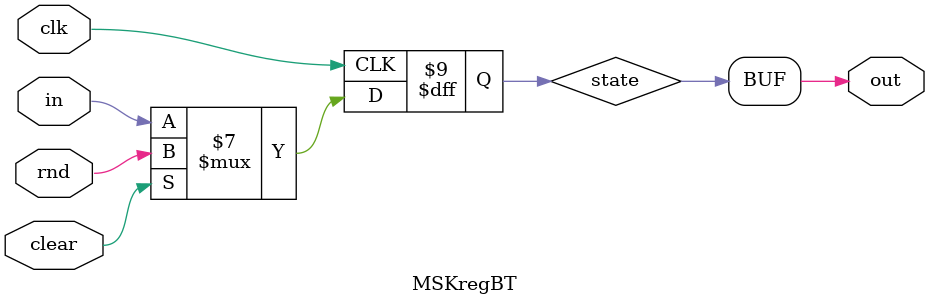
<source format=v>
`timescale 1ns/1ps
module MSKregBT #(parameter d=1, parameter count=1) (clk, in, rnd, clear, out);

input clk;
input  [count*d-1:0] in;
output [count*d-1:0] out;

// BT
input  [count-1:0] rnd;
input  clear;

reg [count*d-1:0] state;

integer i;

always @(posedge clk)
	if ( clear ) begin
		// BT masked clear on all bits of share 0
		for ( i=0; i<count*d; i = i + d ) begin
			state[i] <= rnd[i/d];
		end
	end
	else begin
		state <= in;
	end

assign out = state;

endmodule

</source>
